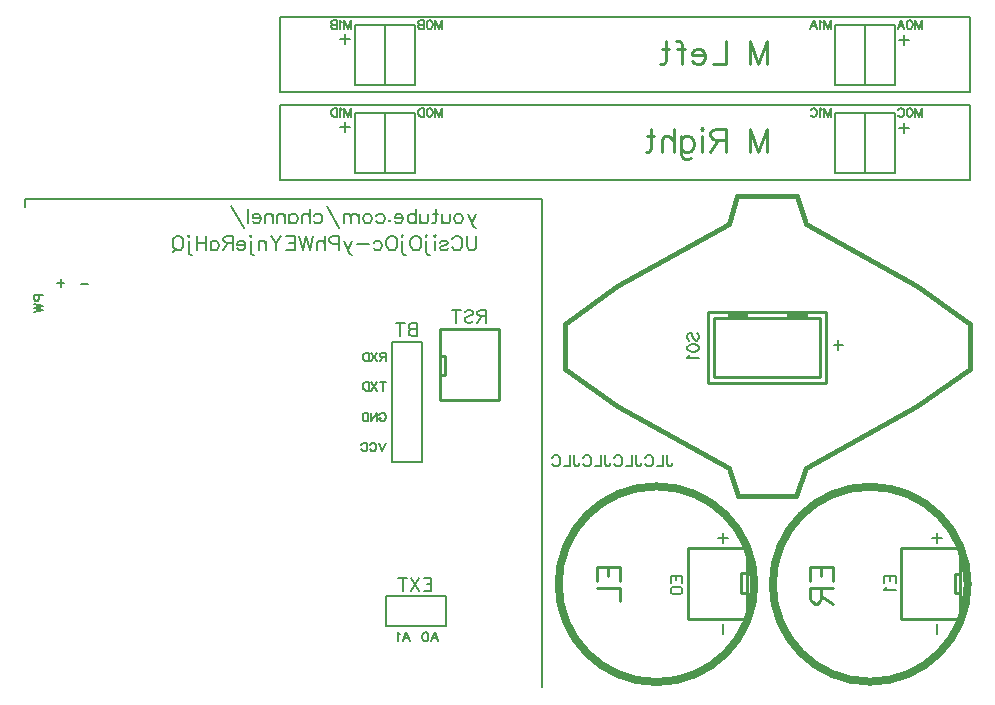
<source format=gbo>
G04 Layer: BottomSilkLayer*
G04 EasyEDA v6.4.25, 2021-12-23T21:53:31+01:00*
G04 8dbf8c46b5b441d7b08fc360c6495019,7d3f4a13764643a7838717c5c1d40531,10*
G04 Gerber Generator version 0.2*
G04 Scale: 100 percent, Rotated: No, Reflected: No *
G04 Dimensions in inches *
G04 leading zeros omitted , absolute positions ,3 integer and 6 decimal *
%FSLAX36Y36*%
%MOIN*%

%ADD10C,0.0100*%
%ADD14C,0.0250*%
%ADD36C,0.0060*%
%ADD37C,0.0080*%
%ADD38C,0.0080*%
%ADD44C,0.0157*%

%LPD*%
D36*
X2696341Y1139886D02*
G01*
X2729067Y1139886D01*
X2712704Y1156250D02*
G01*
X2712704Y1123523D01*
X1503972Y1578294D02*
G01*
X1490335Y1546476D01*
X1476700Y1578294D02*
G01*
X1490335Y1546476D01*
X1494880Y1537386D01*
X1499426Y1532840D01*
X1503972Y1530567D01*
X1506244Y1530567D01*
X1450335Y1578294D02*
G01*
X1454880Y1576023D01*
X1459426Y1571476D01*
X1461700Y1564659D01*
X1461700Y1560113D01*
X1459426Y1553294D01*
X1454880Y1548750D01*
X1450335Y1546476D01*
X1443518Y1546476D01*
X1438972Y1548750D01*
X1434426Y1553294D01*
X1432154Y1560113D01*
X1432154Y1564659D01*
X1434426Y1571476D01*
X1438972Y1576023D01*
X1443518Y1578294D01*
X1450335Y1578294D01*
X1417154Y1578294D02*
G01*
X1417154Y1555567D01*
X1414880Y1548750D01*
X1410335Y1546476D01*
X1403518Y1546476D01*
X1398972Y1548750D01*
X1392154Y1555567D01*
X1392154Y1578294D02*
G01*
X1392154Y1546476D01*
X1370335Y1594205D02*
G01*
X1370335Y1555567D01*
X1368063Y1548750D01*
X1363518Y1546476D01*
X1358972Y1546476D01*
X1377154Y1578294D02*
G01*
X1361244Y1578294D01*
X1343972Y1578294D02*
G01*
X1343972Y1555567D01*
X1341700Y1548750D01*
X1337154Y1546476D01*
X1330335Y1546476D01*
X1325789Y1548750D01*
X1318972Y1555567D01*
X1318972Y1578294D02*
G01*
X1318972Y1546476D01*
X1303972Y1594205D02*
G01*
X1303972Y1546476D01*
X1303972Y1571476D02*
G01*
X1299426Y1576023D01*
X1294880Y1578294D01*
X1288063Y1578294D01*
X1283518Y1576023D01*
X1278972Y1571476D01*
X1276700Y1564659D01*
X1276700Y1560113D01*
X1278972Y1553294D01*
X1283518Y1548750D01*
X1288063Y1546476D01*
X1294880Y1546476D01*
X1299426Y1548750D01*
X1303972Y1553294D01*
X1261700Y1564659D02*
G01*
X1234426Y1564659D01*
X1234426Y1569205D01*
X1236700Y1573750D01*
X1238972Y1576023D01*
X1243518Y1578294D01*
X1250335Y1578294D01*
X1254880Y1576023D01*
X1259426Y1571476D01*
X1261700Y1564659D01*
X1261700Y1560113D01*
X1259426Y1553294D01*
X1254880Y1548750D01*
X1250335Y1546476D01*
X1243518Y1546476D01*
X1238972Y1548750D01*
X1234426Y1553294D01*
X1217154Y1557840D02*
G01*
X1219426Y1555567D01*
X1217154Y1553294D01*
X1214880Y1555567D01*
X1217154Y1557840D01*
X1172609Y1571476D02*
G01*
X1177154Y1576023D01*
X1181700Y1578294D01*
X1188518Y1578294D01*
X1193063Y1576023D01*
X1197609Y1571476D01*
X1199880Y1564659D01*
X1199880Y1560113D01*
X1197609Y1553294D01*
X1193063Y1548750D01*
X1188518Y1546476D01*
X1181700Y1546476D01*
X1177154Y1548750D01*
X1172609Y1553294D01*
X1146244Y1578294D02*
G01*
X1150789Y1576023D01*
X1155335Y1571476D01*
X1157609Y1564659D01*
X1157609Y1560113D01*
X1155335Y1553294D01*
X1150789Y1548750D01*
X1146244Y1546476D01*
X1139426Y1546476D01*
X1134880Y1548750D01*
X1130335Y1553294D01*
X1128063Y1560113D01*
X1128063Y1564659D01*
X1130335Y1571476D01*
X1134880Y1576023D01*
X1139426Y1578294D01*
X1146244Y1578294D01*
X1113063Y1578294D02*
G01*
X1113063Y1546476D01*
X1113063Y1569205D02*
G01*
X1106244Y1576023D01*
X1101700Y1578294D01*
X1094880Y1578294D01*
X1090335Y1576023D01*
X1088063Y1569205D01*
X1088063Y1546476D01*
X1088063Y1569205D02*
G01*
X1081244Y1576023D01*
X1076700Y1578294D01*
X1069880Y1578294D01*
X1065335Y1576023D01*
X1063063Y1569205D01*
X1063063Y1546476D01*
X1007154Y1603294D02*
G01*
X1048063Y1530567D01*
X964880Y1571476D02*
G01*
X969426Y1576023D01*
X973972Y1578294D01*
X980789Y1578294D01*
X985335Y1576023D01*
X989880Y1571476D01*
X992154Y1564659D01*
X992154Y1560113D01*
X989880Y1553294D01*
X985335Y1548750D01*
X980789Y1546476D01*
X973972Y1546476D01*
X969426Y1548750D01*
X964880Y1553294D01*
X949880Y1594205D02*
G01*
X949880Y1546476D01*
X949880Y1569205D02*
G01*
X943063Y1576023D01*
X938518Y1578294D01*
X931700Y1578294D01*
X927154Y1576023D01*
X924880Y1569205D01*
X924880Y1546476D01*
X882609Y1578294D02*
G01*
X882609Y1546476D01*
X882609Y1571476D02*
G01*
X887154Y1576023D01*
X891700Y1578294D01*
X898518Y1578294D01*
X903063Y1576023D01*
X907609Y1571476D01*
X909880Y1564659D01*
X909880Y1560113D01*
X907609Y1553294D01*
X903063Y1548750D01*
X898518Y1546476D01*
X891700Y1546476D01*
X887154Y1548750D01*
X882609Y1553294D01*
X867609Y1578294D02*
G01*
X867609Y1546476D01*
X867609Y1569205D02*
G01*
X860789Y1576023D01*
X856244Y1578294D01*
X849426Y1578294D01*
X844880Y1576023D01*
X842609Y1569205D01*
X842609Y1546476D01*
X827609Y1578294D02*
G01*
X827609Y1546476D01*
X827609Y1569205D02*
G01*
X820789Y1576023D01*
X816244Y1578294D01*
X809426Y1578294D01*
X804880Y1576023D01*
X802609Y1569205D01*
X802609Y1546476D01*
X787609Y1564659D02*
G01*
X760335Y1564659D01*
X760335Y1569205D01*
X762609Y1573750D01*
X764880Y1576023D01*
X769426Y1578294D01*
X776244Y1578294D01*
X780789Y1576023D01*
X785335Y1571476D01*
X787609Y1564659D01*
X787609Y1560113D01*
X785335Y1553294D01*
X780789Y1548750D01*
X776244Y1546476D01*
X769426Y1546476D01*
X764880Y1548750D01*
X760335Y1553294D01*
X745336Y1594205D02*
G01*
X745336Y1546476D01*
X689427Y1603294D02*
G01*
X730336Y1530567D01*
X1506244Y1504205D02*
G01*
X1506244Y1470113D01*
X1503972Y1463294D01*
X1499426Y1458750D01*
X1492609Y1456476D01*
X1488063Y1456476D01*
X1481244Y1458750D01*
X1476700Y1463294D01*
X1474426Y1470113D01*
X1474426Y1504205D01*
X1425335Y1492840D02*
G01*
X1427609Y1497386D01*
X1432154Y1501932D01*
X1436700Y1504205D01*
X1445789Y1504205D01*
X1450335Y1501932D01*
X1454880Y1497386D01*
X1457154Y1492840D01*
X1459426Y1486023D01*
X1459426Y1474659D01*
X1457154Y1467840D01*
X1454880Y1463294D01*
X1450335Y1458750D01*
X1445789Y1456476D01*
X1436700Y1456476D01*
X1432154Y1458750D01*
X1427609Y1463294D01*
X1425335Y1467840D01*
X1385335Y1481476D02*
G01*
X1387609Y1486023D01*
X1394426Y1488294D01*
X1401244Y1488294D01*
X1408063Y1486023D01*
X1410335Y1481476D01*
X1408063Y1476932D01*
X1403518Y1474659D01*
X1392154Y1472386D01*
X1387609Y1470113D01*
X1385335Y1465567D01*
X1385335Y1463294D01*
X1387609Y1458750D01*
X1394426Y1456476D01*
X1401244Y1456476D01*
X1408063Y1458750D01*
X1410335Y1463294D01*
X1370335Y1504205D02*
G01*
X1368063Y1501932D01*
X1365789Y1504205D01*
X1368063Y1506476D01*
X1370335Y1504205D01*
X1368063Y1488294D02*
G01*
X1368063Y1456476D01*
X1341700Y1504205D02*
G01*
X1339426Y1501932D01*
X1337154Y1504205D01*
X1339426Y1506476D01*
X1341700Y1504205D01*
X1339426Y1488294D02*
G01*
X1339426Y1449659D01*
X1341700Y1442840D01*
X1346244Y1440567D01*
X1350789Y1440567D01*
X1308518Y1504205D02*
G01*
X1313063Y1501932D01*
X1317609Y1497386D01*
X1319880Y1492840D01*
X1322154Y1486023D01*
X1322154Y1474659D01*
X1319880Y1467840D01*
X1317609Y1463294D01*
X1313063Y1458750D01*
X1308518Y1456476D01*
X1299426Y1456476D01*
X1294880Y1458750D01*
X1290335Y1463294D01*
X1288063Y1467840D01*
X1285789Y1474659D01*
X1285789Y1486023D01*
X1288063Y1492840D01*
X1290335Y1497386D01*
X1294880Y1501932D01*
X1299426Y1504205D01*
X1308518Y1504205D01*
X1261700Y1504205D02*
G01*
X1259426Y1501932D01*
X1257154Y1504205D01*
X1259426Y1506476D01*
X1261700Y1504205D01*
X1259426Y1488294D02*
G01*
X1259426Y1449659D01*
X1261700Y1442840D01*
X1266244Y1440567D01*
X1270789Y1440567D01*
X1228518Y1504205D02*
G01*
X1233063Y1501932D01*
X1237609Y1497386D01*
X1239880Y1492840D01*
X1242154Y1486023D01*
X1242154Y1474659D01*
X1239880Y1467840D01*
X1237609Y1463294D01*
X1233063Y1458750D01*
X1228518Y1456476D01*
X1219426Y1456476D01*
X1214880Y1458750D01*
X1210335Y1463294D01*
X1208063Y1467840D01*
X1205789Y1474659D01*
X1205789Y1486023D01*
X1208063Y1492840D01*
X1210335Y1497386D01*
X1214880Y1501932D01*
X1219426Y1504205D01*
X1228518Y1504205D01*
X1163518Y1481476D02*
G01*
X1168063Y1486023D01*
X1172609Y1488294D01*
X1179426Y1488294D01*
X1183972Y1486023D01*
X1188518Y1481476D01*
X1190789Y1474659D01*
X1190789Y1470113D01*
X1188518Y1463294D01*
X1183972Y1458750D01*
X1179426Y1456476D01*
X1172609Y1456476D01*
X1168063Y1458750D01*
X1163518Y1463294D01*
X1148518Y1476932D02*
G01*
X1107609Y1476932D01*
X1090335Y1488294D02*
G01*
X1076700Y1456476D01*
X1063063Y1488294D02*
G01*
X1076700Y1456476D01*
X1081244Y1447386D01*
X1085789Y1442840D01*
X1090335Y1440567D01*
X1092609Y1440567D01*
X1048063Y1504205D02*
G01*
X1048063Y1456476D01*
X1048063Y1504205D02*
G01*
X1027609Y1504205D01*
X1020789Y1501932D01*
X1018518Y1499659D01*
X1016244Y1495113D01*
X1016244Y1488294D01*
X1018518Y1483750D01*
X1020789Y1481476D01*
X1027609Y1479205D01*
X1048063Y1479205D01*
X1001244Y1504205D02*
G01*
X1001244Y1456476D01*
X1001244Y1479205D02*
G01*
X994426Y1486023D01*
X989880Y1488294D01*
X983063Y1488294D01*
X978518Y1486023D01*
X976244Y1479205D01*
X976244Y1456476D01*
X961244Y1504205D02*
G01*
X949880Y1456476D01*
X938518Y1504205D02*
G01*
X949880Y1456476D01*
X938518Y1504205D02*
G01*
X927154Y1456476D01*
X915789Y1504205D02*
G01*
X927154Y1456476D01*
X900789Y1504205D02*
G01*
X900789Y1456476D01*
X900789Y1504205D02*
G01*
X871244Y1504205D01*
X900789Y1481476D02*
G01*
X882609Y1481476D01*
X900789Y1456476D02*
G01*
X871244Y1456476D01*
X856244Y1504205D02*
G01*
X838063Y1481476D01*
X838063Y1456476D01*
X819880Y1504205D02*
G01*
X838063Y1481476D01*
X804880Y1488294D02*
G01*
X804880Y1456476D01*
X804880Y1479205D02*
G01*
X798063Y1486023D01*
X793518Y1488294D01*
X786700Y1488294D01*
X782154Y1486023D01*
X779880Y1479205D01*
X779880Y1456476D01*
X755790Y1504205D02*
G01*
X753517Y1501932D01*
X751244Y1504205D01*
X753517Y1506476D01*
X755790Y1504205D01*
X753517Y1488294D02*
G01*
X753517Y1449659D01*
X755790Y1442840D01*
X760335Y1440567D01*
X764880Y1440567D01*
X736244Y1474659D02*
G01*
X708971Y1474659D01*
X708971Y1479205D01*
X711244Y1483750D01*
X713517Y1486023D01*
X718063Y1488294D01*
X724881Y1488294D01*
X729427Y1486023D01*
X733971Y1481476D01*
X736244Y1474659D01*
X736244Y1470113D01*
X733971Y1463294D01*
X729427Y1458750D01*
X724881Y1456476D01*
X718063Y1456476D01*
X713517Y1458750D01*
X708971Y1463294D01*
X693971Y1504205D02*
G01*
X693971Y1456476D01*
X693971Y1504205D02*
G01*
X673517Y1504205D01*
X666700Y1501932D01*
X664427Y1499659D01*
X662154Y1495113D01*
X662154Y1490567D01*
X664427Y1486023D01*
X666700Y1483750D01*
X673517Y1481476D01*
X693971Y1481476D01*
X678063Y1481476D02*
G01*
X662154Y1456476D01*
X619881Y1488294D02*
G01*
X619881Y1456476D01*
X619881Y1481476D02*
G01*
X624427Y1486023D01*
X628971Y1488294D01*
X635790Y1488294D01*
X640336Y1486023D01*
X644881Y1481476D01*
X647154Y1474659D01*
X647154Y1470113D01*
X644881Y1463294D01*
X640336Y1458750D01*
X635790Y1456476D01*
X628971Y1456476D01*
X624427Y1458750D01*
X619881Y1463294D01*
X604881Y1504205D02*
G01*
X604881Y1456476D01*
X573063Y1504205D02*
G01*
X573063Y1456476D01*
X604881Y1481476D02*
G01*
X573063Y1481476D01*
X548971Y1504205D02*
G01*
X546700Y1501932D01*
X544427Y1504205D01*
X546700Y1506476D01*
X548971Y1504205D01*
X546700Y1488294D02*
G01*
X546700Y1449659D01*
X548971Y1442840D01*
X553517Y1440567D01*
X558063Y1440567D01*
X515790Y1504205D02*
G01*
X520336Y1501932D01*
X524881Y1497386D01*
X527154Y1492840D01*
X529427Y1486023D01*
X529427Y1474659D01*
X527154Y1467840D01*
X524881Y1463294D01*
X520336Y1458750D01*
X515790Y1456476D01*
X506700Y1456476D01*
X502154Y1458750D01*
X497609Y1463294D01*
X495336Y1467840D01*
X493063Y1474659D01*
X493063Y1486023D01*
X495336Y1492840D01*
X497609Y1497386D01*
X502154Y1501932D01*
X506700Y1504205D01*
X515790Y1504205D01*
X508971Y1465567D02*
G01*
X495336Y1451932D01*
X2141193Y774738D02*
G01*
X2141193Y745648D01*
X2143010Y740192D01*
X2144830Y738375D01*
X2148465Y736556D01*
X2152102Y736556D01*
X2155739Y738375D01*
X2157556Y740192D01*
X2159375Y745648D01*
X2159375Y749283D01*
X2129192Y774738D02*
G01*
X2129192Y736556D01*
X2129192Y736556D02*
G01*
X2107375Y736556D01*
X2068101Y765648D02*
G01*
X2069920Y769283D01*
X2073557Y772919D01*
X2077192Y774738D01*
X2084466Y774738D01*
X2088101Y772919D01*
X2091738Y769283D01*
X2093557Y765648D01*
X2095375Y760192D01*
X2095375Y751102D01*
X2093557Y745648D01*
X2091738Y742011D01*
X2088101Y738375D01*
X2084466Y736556D01*
X2077192Y736556D01*
X2073557Y738375D01*
X2069920Y742011D01*
X2068101Y745648D01*
X2037920Y774738D02*
G01*
X2037920Y745648D01*
X2039738Y740192D01*
X2041557Y738375D01*
X2045192Y736556D01*
X2048829Y736556D01*
X2052466Y738375D01*
X2054283Y740192D01*
X2056102Y745648D01*
X2056102Y749283D01*
X2025919Y774738D02*
G01*
X2025919Y736556D01*
X2025919Y736556D02*
G01*
X2004102Y736556D01*
X1964830Y765648D02*
G01*
X1966647Y769283D01*
X1970284Y772919D01*
X1973919Y774738D01*
X1981193Y774738D01*
X1984830Y772919D01*
X1988465Y769283D01*
X1990284Y765648D01*
X1992102Y760192D01*
X1992102Y751102D01*
X1990284Y745648D01*
X1988465Y742011D01*
X1984830Y738375D01*
X1981193Y736556D01*
X1973919Y736556D01*
X1970284Y738375D01*
X1966647Y742011D01*
X1964830Y745648D01*
X1934647Y774738D02*
G01*
X1934647Y745648D01*
X1936466Y740192D01*
X1938284Y738375D01*
X1941920Y736556D01*
X1945556Y736556D01*
X1949192Y738375D01*
X1951010Y740192D01*
X1952830Y745648D01*
X1952830Y749283D01*
X1922647Y774738D02*
G01*
X1922647Y736556D01*
X1922647Y736556D02*
G01*
X1900829Y736556D01*
X1861557Y765648D02*
G01*
X1863374Y769283D01*
X1867011Y772919D01*
X1870648Y774738D01*
X1877920Y774738D01*
X1881557Y772919D01*
X1885192Y769283D01*
X1887011Y765648D01*
X1888829Y760192D01*
X1888829Y751102D01*
X1887011Y745648D01*
X1885192Y742011D01*
X1881557Y738375D01*
X1877920Y736556D01*
X1870648Y736556D01*
X1867011Y738375D01*
X1863374Y742011D01*
X1861557Y745648D01*
X1831374Y774738D02*
G01*
X1831374Y745648D01*
X1833193Y740192D01*
X1835011Y738375D01*
X1838648Y736556D01*
X1842283Y736556D01*
X1845919Y738375D01*
X1847739Y740192D01*
X1849557Y745648D01*
X1849557Y749283D01*
X1819375Y774738D02*
G01*
X1819375Y736556D01*
X1819375Y736556D02*
G01*
X1797556Y736556D01*
X1758284Y765648D02*
G01*
X1760101Y769283D01*
X1763738Y772919D01*
X1767375Y774738D01*
X1774647Y774738D01*
X1778284Y772919D01*
X1781920Y769283D01*
X1783738Y765648D01*
X1785556Y760192D01*
X1785556Y751102D01*
X1783738Y745648D01*
X1781920Y742011D01*
X1778284Y738375D01*
X1774647Y736556D01*
X1767375Y736556D01*
X1763738Y738375D01*
X1760101Y742011D01*
X1758284Y745648D01*
X2215100Y1155754D02*
G01*
X2211499Y1159454D01*
X2209600Y1164854D01*
X2209600Y1172154D01*
X2211499Y1177654D01*
X2215100Y1181255D01*
X2218699Y1181255D01*
X2222399Y1179454D01*
X2224200Y1177654D01*
X2226000Y1173955D01*
X2229600Y1163054D01*
X2231499Y1159454D01*
X2233299Y1157654D01*
X2236899Y1155754D01*
X2242399Y1155754D01*
X2246000Y1159454D01*
X2247799Y1164854D01*
X2247799Y1172154D01*
X2246000Y1177654D01*
X2242399Y1181255D01*
X2209600Y1132854D02*
G01*
X2211499Y1138355D01*
X2216899Y1141954D01*
X2226000Y1143755D01*
X2231499Y1143755D01*
X2240500Y1141954D01*
X2246000Y1138355D01*
X2247799Y1132854D01*
X2247799Y1129254D01*
X2246000Y1123755D01*
X2240500Y1120154D01*
X2231499Y1118355D01*
X2226000Y1118355D01*
X2216899Y1120154D01*
X2211499Y1123755D01*
X2209600Y1129254D01*
X2209600Y1132854D01*
X2216899Y1106354D02*
G01*
X2215100Y1102755D01*
X2209600Y1097255D01*
X2247799Y1097255D01*
X2153350Y370625D02*
G01*
X2191549Y370625D01*
X2153350Y370625D02*
G01*
X2153350Y347024D01*
X2171549Y370625D02*
G01*
X2171549Y356125D01*
X2191549Y370625D02*
G01*
X2191549Y347024D01*
X2153350Y324124D02*
G01*
X2155249Y329524D01*
X2160649Y333125D01*
X2169750Y335025D01*
X2175249Y335025D01*
X2184250Y333125D01*
X2189750Y329524D01*
X2191549Y324124D01*
X2191549Y320425D01*
X2189750Y315025D01*
X2184250Y311325D01*
X2175249Y309524D01*
X2169750Y309524D01*
X2160649Y311325D01*
X2155249Y315025D01*
X2153350Y320425D01*
X2153350Y324124D01*
X2865850Y370000D02*
G01*
X2904049Y370000D01*
X2865850Y370000D02*
G01*
X2865850Y346399D01*
X2884049Y370000D02*
G01*
X2884049Y355500D01*
X2904049Y370000D02*
G01*
X2904049Y346399D01*
X2873149Y334400D02*
G01*
X2871350Y330700D01*
X2865850Y325300D01*
X2904049Y325300D01*
X108175Y1347074D02*
G01*
X132775Y1347074D01*
X120475Y1359375D02*
G01*
X120475Y1334875D01*
X187500Y1345466D02*
G01*
X212044Y1345466D01*
X1366620Y182829D02*
G01*
X1378119Y152730D01*
X1366620Y182829D02*
G01*
X1355219Y152730D01*
X1373819Y162730D02*
G01*
X1359520Y162730D01*
X1337219Y182829D02*
G01*
X1341520Y181329D01*
X1344319Y177130D01*
X1345720Y169929D01*
X1345720Y165630D01*
X1344319Y158429D01*
X1341520Y154130D01*
X1337219Y152730D01*
X1334319Y152730D01*
X1330020Y154130D01*
X1327120Y158429D01*
X1325720Y165630D01*
X1325720Y169929D01*
X1327120Y177130D01*
X1330020Y181329D01*
X1334319Y182829D01*
X1337219Y182829D01*
X1272870Y182829D02*
G01*
X1284369Y152730D01*
X1272870Y182829D02*
G01*
X1261469Y152730D01*
X1280069Y162730D02*
G01*
X1265770Y162730D01*
X1251970Y177130D02*
G01*
X1249170Y178530D01*
X1244870Y182829D01*
X1244870Y152730D01*
X2311966Y498011D02*
G01*
X2344692Y498011D01*
X2328329Y514375D02*
G01*
X2328329Y481648D01*
X3024466Y497386D02*
G01*
X3057192Y497386D01*
X3040829Y513750D02*
G01*
X3040829Y481023D01*
D10*
X2475000Y2154477D02*
G01*
X2475000Y2078114D01*
X2475000Y2154477D02*
G01*
X2445909Y2078114D01*
X2416818Y2154477D02*
G01*
X2445909Y2078114D01*
X2416818Y2154477D02*
G01*
X2416818Y2078114D01*
X2336818Y2154477D02*
G01*
X2336818Y2078114D01*
X2336818Y2078114D02*
G01*
X2293181Y2078114D01*
X2269182Y2107204D02*
G01*
X2225545Y2107204D01*
X2225545Y2114477D01*
X2229182Y2121750D01*
X2232817Y2125385D01*
X2240091Y2129023D01*
X2251000Y2129023D01*
X2258272Y2125385D01*
X2265545Y2118114D01*
X2269182Y2107204D01*
X2269182Y2099931D01*
X2265545Y2089023D01*
X2258272Y2081750D01*
X2251000Y2078114D01*
X2240091Y2078114D01*
X2232817Y2081750D01*
X2225545Y2089023D01*
X2172455Y2154477D02*
G01*
X2179727Y2154477D01*
X2186999Y2150841D01*
X2190636Y2139931D01*
X2190636Y2078114D01*
X2201544Y2129023D02*
G01*
X2176090Y2129023D01*
X2137545Y2154477D02*
G01*
X2137545Y2092658D01*
X2133909Y2081750D01*
X2126635Y2078114D01*
X2119363Y2078114D01*
X2148455Y2129023D02*
G01*
X2123000Y2129023D01*
X2475000Y1861977D02*
G01*
X2475000Y1785614D01*
X2475000Y1861977D02*
G01*
X2445909Y1785614D01*
X2416818Y1861977D02*
G01*
X2445909Y1785614D01*
X2416818Y1861977D02*
G01*
X2416818Y1785614D01*
X2336818Y1861977D02*
G01*
X2336818Y1785614D01*
X2336818Y1861977D02*
G01*
X2304090Y1861977D01*
X2293181Y1858341D01*
X2289544Y1854704D01*
X2285909Y1847431D01*
X2285909Y1840158D01*
X2289544Y1832885D01*
X2293181Y1829250D01*
X2304090Y1825614D01*
X2336818Y1825614D01*
X2311364Y1825614D02*
G01*
X2285909Y1785614D01*
X2261908Y1861977D02*
G01*
X2258272Y1858341D01*
X2254636Y1861977D01*
X2258272Y1865614D01*
X2261908Y1861977D01*
X2258272Y1836523D02*
G01*
X2258272Y1785614D01*
X2186999Y1836523D02*
G01*
X2186999Y1778341D01*
X2190636Y1767431D01*
X2194273Y1763795D01*
X2201544Y1760158D01*
X2212455Y1760158D01*
X2219727Y1763795D01*
X2186999Y1825614D02*
G01*
X2194273Y1832885D01*
X2201544Y1836523D01*
X2212455Y1836523D01*
X2219727Y1832885D01*
X2226999Y1825614D01*
X2230636Y1814704D01*
X2230636Y1807431D01*
X2226999Y1796523D01*
X2219727Y1789250D01*
X2212455Y1785614D01*
X2201544Y1785614D01*
X2194273Y1789250D01*
X2186999Y1796523D01*
X2163000Y1861977D02*
G01*
X2163000Y1785614D01*
X2163000Y1821977D02*
G01*
X2152091Y1832885D01*
X2144817Y1836523D01*
X2133909Y1836523D01*
X2126635Y1832885D01*
X2123000Y1821977D01*
X2123000Y1785614D01*
X2088091Y1861977D02*
G01*
X2088091Y1800158D01*
X2084454Y1789250D01*
X2077182Y1785614D01*
X2069908Y1785614D01*
X2098999Y1836523D02*
G01*
X2073545Y1836523D01*
D36*
X32224Y1306275D02*
G01*
X60824Y1306275D01*
X32224Y1306275D02*
G01*
X32224Y1293975D01*
X33625Y1289875D01*
X34924Y1288474D01*
X37725Y1287175D01*
X41725Y1287175D01*
X44524Y1288474D01*
X45824Y1289875D01*
X47224Y1293975D01*
X47224Y1306275D01*
X32224Y1278175D02*
G01*
X60824Y1271374D01*
X32224Y1264475D02*
G01*
X60824Y1271374D01*
X32224Y1264475D02*
G01*
X60824Y1257674D01*
X32224Y1250875D02*
G01*
X60824Y1257674D01*
X3040829Y210625D02*
G01*
X3040829Y177898D01*
X2328329Y211250D02*
G01*
X2328329Y178523D01*
X1203125Y1114648D02*
G01*
X1203125Y1086010D01*
X1203125Y1114648D02*
G01*
X1190852Y1114648D01*
X1186760Y1113283D01*
X1185397Y1111920D01*
X1184034Y1109193D01*
X1184034Y1106466D01*
X1185397Y1103739D01*
X1186760Y1102375D01*
X1190852Y1101010D01*
X1203125Y1101010D01*
X1193580Y1101010D02*
G01*
X1184034Y1086010D01*
X1175033Y1114648D02*
G01*
X1155942Y1086010D01*
X1155942Y1114648D02*
G01*
X1175033Y1086010D01*
X1146943Y1114648D02*
G01*
X1146943Y1086010D01*
X1146943Y1114648D02*
G01*
X1137398Y1114648D01*
X1133307Y1113283D01*
X1130580Y1110556D01*
X1129215Y1107829D01*
X1127852Y1103739D01*
X1127852Y1096920D01*
X1129215Y1092829D01*
X1130580Y1090102D01*
X1133307Y1087375D01*
X1137398Y1086010D01*
X1146943Y1086010D01*
X1193580Y1017773D02*
G01*
X1193580Y989135D01*
X1203125Y1017773D02*
G01*
X1184034Y1017773D01*
X1175033Y1017773D02*
G01*
X1155942Y989135D01*
X1155942Y1017773D02*
G01*
X1175033Y989135D01*
X1146943Y1017773D02*
G01*
X1146943Y989135D01*
X1146943Y1017773D02*
G01*
X1137398Y1017773D01*
X1133307Y1016408D01*
X1130580Y1013681D01*
X1129215Y1010954D01*
X1127852Y1006864D01*
X1127852Y1000045D01*
X1129215Y995954D01*
X1130580Y993227D01*
X1133307Y990500D01*
X1137398Y989135D01*
X1146943Y989135D01*
X1182669Y907829D02*
G01*
X1184034Y910556D01*
X1186760Y913283D01*
X1189489Y914648D01*
X1194943Y914648D01*
X1197669Y913283D01*
X1200397Y910556D01*
X1201760Y907829D01*
X1203125Y903739D01*
X1203125Y896920D01*
X1201760Y892829D01*
X1200397Y890102D01*
X1197669Y887375D01*
X1194943Y886010D01*
X1189489Y886010D01*
X1186760Y887375D01*
X1184034Y890102D01*
X1182669Y892829D01*
X1182669Y896920D01*
X1189489Y896920D02*
G01*
X1182669Y896920D01*
X1173670Y914648D02*
G01*
X1173670Y886010D01*
X1173670Y914648D02*
G01*
X1154579Y886010D01*
X1154579Y914648D02*
G01*
X1154579Y886010D01*
X1145580Y914648D02*
G01*
X1145580Y886010D01*
X1145580Y914648D02*
G01*
X1136033Y914648D01*
X1131943Y913283D01*
X1129215Y910556D01*
X1127852Y907829D01*
X1126489Y903739D01*
X1126489Y896920D01*
X1127852Y892829D01*
X1129215Y890102D01*
X1131943Y887375D01*
X1136033Y886010D01*
X1145580Y886010D01*
X1203125Y814648D02*
G01*
X1192215Y786010D01*
X1181306Y814648D02*
G01*
X1192215Y786010D01*
X1151851Y807829D02*
G01*
X1153216Y810556D01*
X1155942Y813283D01*
X1158670Y814648D01*
X1164125Y814648D01*
X1166851Y813283D01*
X1169579Y810556D01*
X1170942Y807829D01*
X1172307Y803739D01*
X1172307Y796920D01*
X1170942Y792829D01*
X1169579Y790102D01*
X1166851Y787375D01*
X1164125Y786010D01*
X1158670Y786010D01*
X1155942Y787375D01*
X1153216Y790102D01*
X1151851Y792829D01*
X1122398Y807829D02*
G01*
X1123761Y810556D01*
X1126489Y813283D01*
X1129215Y814648D01*
X1134669Y814648D01*
X1137398Y813283D01*
X1140124Y810556D01*
X1141489Y807829D01*
X1142852Y803739D01*
X1142852Y796920D01*
X1141489Y792829D01*
X1140124Y790102D01*
X1137398Y787375D01*
X1134669Y786010D01*
X1129215Y786010D01*
X1126489Y787375D01*
X1123761Y790102D01*
X1122398Y792829D01*
X2915091Y2157386D02*
G01*
X2947817Y2157386D01*
X2931454Y2173750D02*
G01*
X2931454Y2141023D01*
X2915091Y1864886D02*
G01*
X2947817Y1864886D01*
X2931454Y1881250D02*
G01*
X2931454Y1848523D01*
X1052591Y1868011D02*
G01*
X1085317Y1868011D01*
X1068954Y1884375D02*
G01*
X1068954Y1851648D01*
X1052591Y2160511D02*
G01*
X1085317Y2160511D01*
X1068954Y2176875D02*
G01*
X1068954Y2144148D01*
D10*
X1906773Y401250D02*
G01*
X1983136Y401250D01*
X1906773Y401250D02*
G01*
X1906773Y353976D01*
X1943136Y401250D02*
G01*
X1943136Y372159D01*
X1983136Y401250D02*
G01*
X1983136Y353976D01*
X1906773Y329976D02*
G01*
X1983136Y329976D01*
X1983136Y329976D02*
G01*
X1983136Y286341D01*
X2619273Y401250D02*
G01*
X2695636Y401250D01*
X2619273Y401250D02*
G01*
X2619273Y353976D01*
X2655636Y401250D02*
G01*
X2655636Y372159D01*
X2695636Y401250D02*
G01*
X2695636Y353976D01*
X2619273Y329976D02*
G01*
X2695636Y329976D01*
X2619273Y329976D02*
G01*
X2619273Y297249D01*
X2622908Y286341D01*
X2626544Y282705D01*
X2633818Y279068D01*
X2641090Y279068D01*
X2648364Y282705D01*
X2651999Y286341D01*
X2655636Y297249D01*
X2655636Y329976D01*
X2655636Y304522D02*
G01*
X2695636Y279068D01*
D36*
X1356250Y364149D02*
G01*
X1356250Y321250D01*
X1356250Y364149D02*
G01*
X1329650Y364149D01*
X1356250Y343750D02*
G01*
X1339849Y343750D01*
X1356250Y321250D02*
G01*
X1329650Y321250D01*
X1316149Y364149D02*
G01*
X1287550Y321250D01*
X1287550Y364149D02*
G01*
X1316149Y321250D01*
X1259750Y364149D02*
G01*
X1259750Y321250D01*
X1274049Y364149D02*
G01*
X1245349Y364149D01*
X1537494Y1257905D02*
G01*
X1537494Y1215005D01*
X1537494Y1257905D02*
G01*
X1519094Y1257905D01*
X1512995Y1255904D01*
X1510895Y1253805D01*
X1508895Y1249704D01*
X1508895Y1245605D01*
X1510895Y1241505D01*
X1512995Y1239504D01*
X1519094Y1237505D01*
X1537494Y1237505D01*
X1523194Y1237505D02*
G01*
X1508895Y1215005D01*
X1466694Y1251804D02*
G01*
X1470794Y1255904D01*
X1476994Y1257905D01*
X1485095Y1257905D01*
X1491295Y1255904D01*
X1495394Y1251804D01*
X1495394Y1247705D01*
X1493294Y1243604D01*
X1491295Y1241505D01*
X1487195Y1239504D01*
X1474894Y1235405D01*
X1470794Y1233404D01*
X1468795Y1231305D01*
X1466694Y1227204D01*
X1466694Y1221104D01*
X1470794Y1217004D01*
X1476994Y1215005D01*
X1485095Y1215005D01*
X1491295Y1217004D01*
X1495394Y1221104D01*
X1438895Y1257905D02*
G01*
X1438895Y1215005D01*
X1453194Y1257905D02*
G01*
X1424594Y1257905D01*
X1309375Y1214155D02*
G01*
X1309375Y1171255D01*
X1309375Y1214155D02*
G01*
X1290974Y1214155D01*
X1284875Y1212154D01*
X1282775Y1210055D01*
X1280775Y1205954D01*
X1280775Y1201855D01*
X1282775Y1197755D01*
X1284875Y1195754D01*
X1290974Y1193755D01*
X1309375Y1193755D02*
G01*
X1290974Y1193755D01*
X1284875Y1191655D01*
X1282775Y1189654D01*
X1280775Y1185554D01*
X1280775Y1179355D01*
X1282775Y1175255D01*
X1284875Y1173254D01*
X1290974Y1171255D01*
X1309375Y1171255D01*
X1252875Y1214155D02*
G01*
X1252875Y1171255D01*
X1267274Y1214155D02*
G01*
X1238575Y1214155D01*
X2990625Y1930273D02*
G01*
X2990625Y1901635D01*
X2990625Y1930273D02*
G01*
X2979715Y1901635D01*
X2968806Y1930273D02*
G01*
X2979715Y1901635D01*
X2968806Y1930273D02*
G01*
X2968806Y1901635D01*
X2951625Y1930273D02*
G01*
X2955716Y1928908D01*
X2958442Y1924818D01*
X2959807Y1918000D01*
X2959807Y1913908D01*
X2958442Y1907091D01*
X2955716Y1903000D01*
X2951625Y1901635D01*
X2948897Y1901635D01*
X2944807Y1903000D01*
X2942079Y1907091D01*
X2940716Y1913908D01*
X2940716Y1918000D01*
X2942079Y1924818D01*
X2944807Y1928908D01*
X2948897Y1930273D01*
X2951625Y1930273D01*
X2911261Y1923454D02*
G01*
X2912624Y1926181D01*
X2915352Y1928908D01*
X2918080Y1930273D01*
X2923533Y1930273D01*
X2926261Y1928908D01*
X2928989Y1926181D01*
X2930352Y1923454D01*
X2931715Y1919364D01*
X2931715Y1912545D01*
X2930352Y1908454D01*
X2928989Y1905727D01*
X2926261Y1903000D01*
X2923533Y1901635D01*
X2918080Y1901635D01*
X2915352Y1903000D01*
X2912624Y1905727D01*
X2911261Y1908454D01*
X1390625Y1930273D02*
G01*
X1390625Y1901635D01*
X1390625Y1930273D02*
G01*
X1379715Y1901635D01*
X1368806Y1930273D02*
G01*
X1379715Y1901635D01*
X1368806Y1930273D02*
G01*
X1368806Y1901635D01*
X1351625Y1930273D02*
G01*
X1355716Y1928908D01*
X1358442Y1924818D01*
X1359807Y1918000D01*
X1359807Y1913908D01*
X1358442Y1907091D01*
X1355716Y1903000D01*
X1351625Y1901635D01*
X1348897Y1901635D01*
X1344807Y1903000D01*
X1342079Y1907091D01*
X1340716Y1913908D01*
X1340716Y1918000D01*
X1342079Y1924818D01*
X1344807Y1928908D01*
X1348897Y1930273D01*
X1351625Y1930273D01*
X1331715Y1930273D02*
G01*
X1331715Y1901635D01*
X1331715Y1930273D02*
G01*
X1322169Y1930273D01*
X1318080Y1928908D01*
X1315352Y1926181D01*
X1313989Y1923454D01*
X1312624Y1919364D01*
X1312624Y1912545D01*
X1313989Y1908454D01*
X1315352Y1905727D01*
X1318080Y1903000D01*
X1322169Y1901635D01*
X1331715Y1901635D01*
X2687500Y1930273D02*
G01*
X2687500Y1901635D01*
X2687500Y1930273D02*
G01*
X2676590Y1901635D01*
X2665681Y1930273D02*
G01*
X2676590Y1901635D01*
X2665681Y1930273D02*
G01*
X2665681Y1901635D01*
X2656682Y1924818D02*
G01*
X2653954Y1926181D01*
X2649863Y1930273D01*
X2649863Y1901635D01*
X2620408Y1923454D02*
G01*
X2621773Y1926181D01*
X2624499Y1928908D01*
X2627227Y1930273D01*
X2632682Y1930273D01*
X2635408Y1928908D01*
X2638136Y1926181D01*
X2639499Y1923454D01*
X2640864Y1919364D01*
X2640864Y1912545D01*
X2639499Y1908454D01*
X2638136Y1905727D01*
X2635408Y1903000D01*
X2632682Y1901635D01*
X2627227Y1901635D01*
X2624499Y1903000D01*
X2621773Y1905727D01*
X2620408Y1908454D01*
X1087500Y1930273D02*
G01*
X1087500Y1901635D01*
X1087500Y1930273D02*
G01*
X1076590Y1901635D01*
X1065681Y1930273D02*
G01*
X1076590Y1901635D01*
X1065681Y1930273D02*
G01*
X1065681Y1901635D01*
X1056682Y1924818D02*
G01*
X1053954Y1926181D01*
X1049863Y1930273D01*
X1049863Y1901635D01*
X1040864Y1930273D02*
G01*
X1040864Y1901635D01*
X1040864Y1930273D02*
G01*
X1031318Y1930273D01*
X1027227Y1928908D01*
X1024499Y1926181D01*
X1023136Y1923454D01*
X1021773Y1919364D01*
X1021773Y1912545D01*
X1023136Y1908454D01*
X1024499Y1905727D01*
X1027227Y1903000D01*
X1031318Y1901635D01*
X1040864Y1901635D01*
X2990625Y2222779D02*
G01*
X2990625Y2194180D01*
X2990625Y2222779D02*
G01*
X2979724Y2194180D01*
X2968824Y2222779D02*
G01*
X2979724Y2194180D01*
X2968824Y2222779D02*
G01*
X2968824Y2194180D01*
X2951625Y2222779D02*
G01*
X2955725Y2221379D01*
X2958424Y2217280D01*
X2959825Y2210479D01*
X2959825Y2206379D01*
X2958424Y2199580D01*
X2955725Y2195479D01*
X2951625Y2194180D01*
X2948924Y2194180D01*
X2944825Y2195479D01*
X2942124Y2199580D01*
X2940725Y2206379D01*
X2940725Y2210479D01*
X2942124Y2217280D01*
X2944825Y2221379D01*
X2948924Y2222779D01*
X2951625Y2222779D01*
X2920825Y2222779D02*
G01*
X2931724Y2194180D01*
X2920825Y2222779D02*
G01*
X2909925Y2194180D01*
X2927624Y2203679D02*
G01*
X2914025Y2203679D01*
X1390625Y2222779D02*
G01*
X1390625Y2194180D01*
X1390625Y2222779D02*
G01*
X1379724Y2194180D01*
X1368824Y2222779D02*
G01*
X1379724Y2194180D01*
X1368824Y2222779D02*
G01*
X1368824Y2194180D01*
X1351625Y2222779D02*
G01*
X1355725Y2221379D01*
X1358424Y2217280D01*
X1359825Y2210479D01*
X1359825Y2206379D01*
X1358424Y2199580D01*
X1355725Y2195479D01*
X1351625Y2194180D01*
X1348924Y2194180D01*
X1344825Y2195479D01*
X1342124Y2199580D01*
X1340725Y2206379D01*
X1340725Y2210479D01*
X1342124Y2217280D01*
X1344825Y2221379D01*
X1348924Y2222779D01*
X1351625Y2222779D01*
X1331724Y2222779D02*
G01*
X1331724Y2194180D01*
X1331724Y2222779D02*
G01*
X1319425Y2222779D01*
X1315325Y2221379D01*
X1314025Y2220079D01*
X1312624Y2217280D01*
X1312624Y2214580D01*
X1314025Y2211880D01*
X1315325Y2210479D01*
X1319425Y2209180D01*
X1331724Y2209180D02*
G01*
X1319425Y2209180D01*
X1315325Y2207779D01*
X1314025Y2206379D01*
X1312624Y2203679D01*
X1312624Y2199580D01*
X1314025Y2196880D01*
X1315325Y2195479D01*
X1319425Y2194180D01*
X1331724Y2194180D01*
X2687500Y2222779D02*
G01*
X2687500Y2194180D01*
X2687500Y2222779D02*
G01*
X2676599Y2194180D01*
X2665699Y2222779D02*
G01*
X2676599Y2194180D01*
X2665699Y2222779D02*
G01*
X2665699Y2194180D01*
X2656700Y2217280D02*
G01*
X2653999Y2218679D01*
X2649899Y2222779D01*
X2649899Y2194180D01*
X2630000Y2222779D02*
G01*
X2640900Y2194180D01*
X2630000Y2222779D02*
G01*
X2618999Y2194180D01*
X2636800Y2203679D02*
G01*
X2623100Y2203679D01*
X1087500Y2222779D02*
G01*
X1087500Y2194180D01*
X1087500Y2222779D02*
G01*
X1076599Y2194180D01*
X1065699Y2222779D02*
G01*
X1076599Y2194180D01*
X1065699Y2222779D02*
G01*
X1065699Y2194180D01*
X1056700Y2217280D02*
G01*
X1053999Y2218679D01*
X1049899Y2222779D01*
X1049899Y2194180D01*
X1040900Y2222779D02*
G01*
X1040900Y2194180D01*
X1040900Y2222779D02*
G01*
X1028599Y2222779D01*
X1024499Y2221379D01*
X1023100Y2220079D01*
X1021800Y2217280D01*
X1021800Y2214580D01*
X1023100Y2211880D01*
X1024499Y2210479D01*
X1028599Y2209180D01*
X1040900Y2209180D02*
G01*
X1028599Y2209180D01*
X1024499Y2207779D01*
X1023100Y2206379D01*
X1021800Y2203679D01*
X1021800Y2199580D01*
X1023100Y2196880D01*
X1024499Y2195479D01*
X1028599Y2194180D01*
X1040900Y2194180D01*
D44*
X2975000Y937500D02*
G01*
X3150000Y1062500D01*
X3150000Y1212500D01*
X2975000Y1337500D01*
X2603125Y1543750D01*
X2575000Y1637500D01*
X2375000Y1637500D01*
X2346875Y1543750D01*
X1975000Y1337500D01*
X1800000Y1212500D01*
X1800000Y1062500D01*
X1975000Y937500D01*
X2346875Y731250D01*
X2378125Y637500D01*
X2571875Y637500D01*
X2603125Y731250D01*
X2975000Y937500D01*
D36*
X3150000Y1940625D02*
G01*
X850000Y1940625D01*
X850000Y1690625D01*
X3150000Y1690625D01*
X3150000Y1940625D01*
X3150000Y2233125D02*
G01*
X850000Y2233125D01*
X850000Y1983125D01*
X3150000Y1983125D01*
X3150000Y2233125D01*
X0Y1600000D02*
G01*
X0Y1628099D01*
X1725000Y1628099D01*
X1725000Y0D01*
D10*
X2543874Y1241725D02*
G01*
X2602974Y1241725D01*
X2602974Y1231826D02*
G01*
X2602974Y1251525D01*
X2543874Y1231826D02*
G01*
X2543874Y1251525D01*
X2406103Y1241738D02*
G01*
X2347048Y1241738D01*
X2406103Y1231894D02*
G01*
X2406103Y1251579D01*
X2347048Y1231894D02*
G01*
X2347048Y1251579D01*
X2652165Y1231864D02*
G01*
X2297834Y1231864D01*
X2297834Y1035045D01*
X2652165Y1035045D01*
X2652165Y1231864D01*
X2671854Y1251554D02*
G01*
X2278194Y1251554D01*
X2278194Y1015365D01*
X2671854Y1015365D01*
X2671854Y1251554D01*
D37*
X1203119Y303130D02*
G01*
X1328119Y303130D01*
D38*
X1203119Y303130D02*
G01*
X1203119Y203130D01*
X1403119Y203130D01*
X1403119Y303130D01*
X1328119Y303130D01*
D10*
X1383760Y1193130D02*
G01*
X1580609Y1193130D01*
X1383760Y956909D02*
G01*
X1580609Y956909D01*
X1580609Y956909D02*
G01*
X1580609Y1193130D01*
X1383760Y956909D02*
G01*
X1383760Y1193130D01*
X1383760Y1040943D02*
G01*
X1402500Y1040943D01*
X1402500Y1105000D01*
X1383760Y1105000D01*
X3119364Y226869D02*
G01*
X2922515Y226869D01*
X3119364Y463090D02*
G01*
X2922515Y463090D01*
X2922515Y463090D02*
G01*
X2922515Y226869D01*
X3119364Y463090D02*
G01*
X3119364Y226869D01*
X3119364Y379056D02*
G01*
X3100625Y379056D01*
X3100625Y315000D01*
X3119364Y315000D01*
X2406864Y227494D02*
G01*
X2210015Y227494D01*
X2406864Y463715D02*
G01*
X2210015Y463715D01*
X2210015Y463715D02*
G01*
X2210015Y227494D01*
X2406864Y463715D02*
G01*
X2406864Y227494D01*
X2406864Y379681D02*
G01*
X2388125Y379681D01*
X2388125Y315625D01*
X2406864Y315625D01*
D38*
X1225000Y750000D02*
G01*
X1325000Y750000D01*
X1325000Y1150000D01*
X1225000Y1150000D01*
X1225000Y1075000D01*
D37*
X1225000Y750000D02*
G01*
X1225000Y1075000D01*
X2800000Y1715625D02*
G01*
X2800000Y1840625D01*
D38*
X2800000Y1715625D02*
G01*
X2900000Y1715625D01*
X2900000Y1915625D01*
X2800000Y1915625D01*
X2800000Y1840625D01*
D37*
X1200000Y1715625D02*
G01*
X1200000Y1840625D01*
D38*
X1200000Y1715625D02*
G01*
X1300000Y1715625D01*
X1300000Y1915625D01*
X1200000Y1915625D01*
X1200000Y1840625D01*
D37*
X2700000Y1715625D02*
G01*
X2700000Y1840625D01*
D38*
X2700000Y1715625D02*
G01*
X2800000Y1715625D01*
X2800000Y1915625D01*
X2700000Y1915625D01*
X2700000Y1840625D01*
D37*
X1100000Y1715625D02*
G01*
X1100000Y1840625D01*
D38*
X1100000Y1715625D02*
G01*
X1200000Y1715625D01*
X1200000Y1915625D01*
X1100000Y1915625D01*
X1100000Y1840625D01*
D37*
X2800000Y2008125D02*
G01*
X2800000Y2133125D01*
D38*
X2800000Y2008125D02*
G01*
X2900000Y2008125D01*
X2900000Y2208125D01*
X2800000Y2208125D01*
X2800000Y2133125D01*
D37*
X1200000Y2008125D02*
G01*
X1200000Y2133125D01*
D38*
X1200000Y2008125D02*
G01*
X1300000Y2008125D01*
X1300000Y2208125D01*
X1200000Y2208125D01*
X1200000Y2133125D01*
D37*
X2700000Y2008125D02*
G01*
X2700000Y2133125D01*
D38*
X2700000Y2008125D02*
G01*
X2800000Y2008125D01*
X2800000Y2208125D01*
X2700000Y2208125D01*
X2700000Y2133125D01*
D37*
X1100000Y2008125D02*
G01*
X1100000Y2133125D01*
D38*
X1100000Y2008125D02*
G01*
X1200000Y2008125D01*
X1200000Y2208125D01*
X1100000Y2208125D01*
X1100000Y2133125D01*
D14*
G75*
G01
X2432500Y343750D02*
G03X2432500Y343750I-326250J0D01*
G75*
G01
X3143750Y343750D02*
G03X3143750Y343750I-325000J0D01*
M02*

</source>
